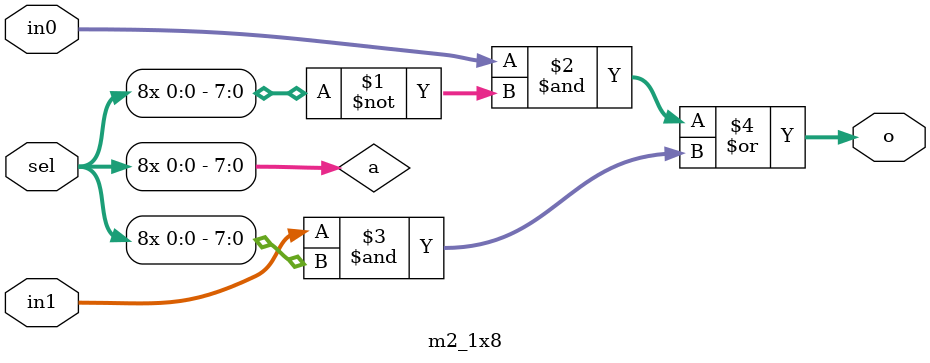
<source format=v>
`timescale 1ns / 1ps

// 
// Dependencies: 
// 
// Revision:
// Revision 0.01 - File Created
// Additional Comments:
// 
//////////////////////////////////////////////////////////////////////////////////


module m2_1x8(
    input [7:0] in0, // normal, sel = 0
    input [7:0] in1, // complement, sel = 1
    input sel,
    
    output [7:0] o
    );
    
    wire [7:0] a;
    
    assign a = {8{sel}};
    
    assign o = (in0 & ~a) | (in1 & a);
    
endmodule

</source>
